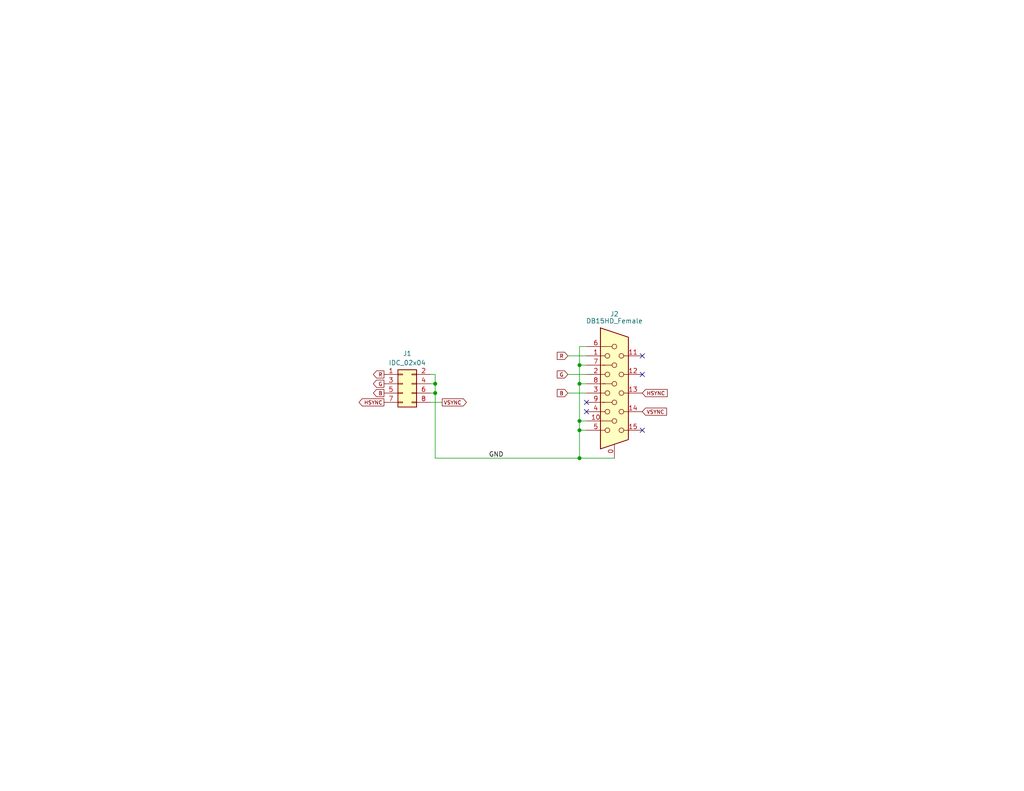
<source format=kicad_sch>
(kicad_sch (version 20230121) (generator eeschema)

  (uuid d33d8c75-8132-4d41-936f-38344f4297b0)

  (paper "USLetter")

  (title_block
    (title "Apple II VGA Connector Board")
    (date "2023-09-08")
    (rev "A")
    (comment 1 "Licensed under CERN-OHL-P V2.0 (https://ohwr.org/cern_ohl_p_v2.txt)")
    (comment 2 "Copyright (c) 2023 Mark Aikens")
  )

  (lib_symbols
    (symbol "Connector:DE15_Receptacle_HighDensity_MountingHoles" (pin_names (offset 1.016) hide) (in_bom yes) (on_board yes)
      (property "Reference" "J" (at 0 21.59 0)
        (effects (font (size 1.27 1.27)))
      )
      (property "Value" "DE15_Receptacle_HighDensity_MountingHoles" (at 0 19.05 0)
        (effects (font (size 1.27 1.27)))
      )
      (property "Footprint" "" (at -24.13 10.16 0)
        (effects (font (size 1.27 1.27)) hide)
      )
      (property "Datasheet" " ~" (at -24.13 10.16 0)
        (effects (font (size 1.27 1.27)) hide)
      )
      (property "ki_keywords" "connector receptacle de15 female D-SUB VGA" (at 0 0 0)
        (effects (font (size 1.27 1.27)) hide)
      )
      (property "ki_description" "15-pin female receptacle socket D-SUB connector, High density (3 columns), Triple Row, Generic, VGA-connector, Mounting Hole" (at 0 0 0)
        (effects (font (size 1.27 1.27)) hide)
      )
      (property "ki_fp_filters" "DSUB*Female*" (at 0 0 0)
        (effects (font (size 1.27 1.27)) hide)
      )
      (symbol "DE15_Receptacle_HighDensity_MountingHoles_0_1"
        (circle (center -1.905 -10.16) (radius 0.635)
          (stroke (width 0) (type default))
          (fill (type none))
        )
        (circle (center -1.905 -5.08) (radius 0.635)
          (stroke (width 0) (type default))
          (fill (type none))
        )
        (circle (center -1.905 0) (radius 0.635)
          (stroke (width 0) (type default))
          (fill (type none))
        )
        (circle (center -1.905 5.08) (radius 0.635)
          (stroke (width 0) (type default))
          (fill (type none))
        )
        (circle (center -1.905 10.16) (radius 0.635)
          (stroke (width 0) (type default))
          (fill (type none))
        )
        (circle (center 0 -7.62) (radius 0.635)
          (stroke (width 0) (type default))
          (fill (type none))
        )
        (circle (center 0 -2.54) (radius 0.635)
          (stroke (width 0) (type default))
          (fill (type none))
        )
        (polyline
          (pts
            (xy -3.175 7.62)
            (xy -0.635 7.62)
          )
          (stroke (width 0) (type default))
          (fill (type none))
        )
        (polyline
          (pts
            (xy -0.635 -7.62)
            (xy -3.175 -7.62)
          )
          (stroke (width 0) (type default))
          (fill (type none))
        )
        (polyline
          (pts
            (xy -0.635 -2.54)
            (xy -3.175 -2.54)
          )
          (stroke (width 0) (type default))
          (fill (type none))
        )
        (polyline
          (pts
            (xy -0.635 2.54)
            (xy -3.175 2.54)
          )
          (stroke (width 0) (type default))
          (fill (type none))
        )
        (polyline
          (pts
            (xy -0.635 12.7)
            (xy -3.175 12.7)
          )
          (stroke (width 0) (type default))
          (fill (type none))
        )
        (polyline
          (pts
            (xy -3.81 17.78)
            (xy -3.81 -15.24)
            (xy 3.81 -12.7)
            (xy 3.81 15.24)
            (xy -3.81 17.78)
          )
          (stroke (width 0.254) (type default))
          (fill (type background))
        )
        (circle (center 0 2.54) (radius 0.635)
          (stroke (width 0) (type default))
          (fill (type none))
        )
        (circle (center 0 7.62) (radius 0.635)
          (stroke (width 0) (type default))
          (fill (type none))
        )
        (circle (center 0 12.7) (radius 0.635)
          (stroke (width 0) (type default))
          (fill (type none))
        )
        (circle (center 1.905 -10.16) (radius 0.635)
          (stroke (width 0) (type default))
          (fill (type none))
        )
        (circle (center 1.905 -5.08) (radius 0.635)
          (stroke (width 0) (type default))
          (fill (type none))
        )
        (circle (center 1.905 0) (radius 0.635)
          (stroke (width 0) (type default))
          (fill (type none))
        )
        (circle (center 1.905 5.08) (radius 0.635)
          (stroke (width 0) (type default))
          (fill (type none))
        )
        (circle (center 1.905 10.16) (radius 0.635)
          (stroke (width 0) (type default))
          (fill (type none))
        )
      )
      (symbol "DE15_Receptacle_HighDensity_MountingHoles_1_1"
        (pin passive line (at 0 -17.78 90) (length 3.81)
          (name "~" (effects (font (size 1.27 1.27))))
          (number "0" (effects (font (size 1.27 1.27))))
        )
        (pin passive line (at -7.62 10.16 0) (length 5.08)
          (name "~" (effects (font (size 1.27 1.27))))
          (number "1" (effects (font (size 1.27 1.27))))
        )
        (pin passive line (at -7.62 -7.62 0) (length 5.08)
          (name "~" (effects (font (size 1.27 1.27))))
          (number "10" (effects (font (size 1.27 1.27))))
        )
        (pin passive line (at 7.62 10.16 180) (length 5.08)
          (name "~" (effects (font (size 1.27 1.27))))
          (number "11" (effects (font (size 1.27 1.27))))
        )
        (pin passive line (at 7.62 5.08 180) (length 5.08)
          (name "~" (effects (font (size 1.27 1.27))))
          (number "12" (effects (font (size 1.27 1.27))))
        )
        (pin passive line (at 7.62 0 180) (length 5.08)
          (name "~" (effects (font (size 1.27 1.27))))
          (number "13" (effects (font (size 1.27 1.27))))
        )
        (pin passive line (at 7.62 -5.08 180) (length 5.08)
          (name "~" (effects (font (size 1.27 1.27))))
          (number "14" (effects (font (size 1.27 1.27))))
        )
        (pin passive line (at 7.62 -10.16 180) (length 5.08)
          (name "~" (effects (font (size 1.27 1.27))))
          (number "15" (effects (font (size 1.27 1.27))))
        )
        (pin passive line (at -7.62 5.08 0) (length 5.08)
          (name "~" (effects (font (size 1.27 1.27))))
          (number "2" (effects (font (size 1.27 1.27))))
        )
        (pin passive line (at -7.62 0 0) (length 5.08)
          (name "~" (effects (font (size 1.27 1.27))))
          (number "3" (effects (font (size 1.27 1.27))))
        )
        (pin passive line (at -7.62 -5.08 0) (length 5.08)
          (name "~" (effects (font (size 1.27 1.27))))
          (number "4" (effects (font (size 1.27 1.27))))
        )
        (pin passive line (at -7.62 -10.16 0) (length 5.08)
          (name "~" (effects (font (size 1.27 1.27))))
          (number "5" (effects (font (size 1.27 1.27))))
        )
        (pin passive line (at -7.62 12.7 0) (length 5.08)
          (name "~" (effects (font (size 1.27 1.27))))
          (number "6" (effects (font (size 1.27 1.27))))
        )
        (pin passive line (at -7.62 7.62 0) (length 5.08)
          (name "~" (effects (font (size 1.27 1.27))))
          (number "7" (effects (font (size 1.27 1.27))))
        )
        (pin passive line (at -7.62 2.54 0) (length 5.08)
          (name "~" (effects (font (size 1.27 1.27))))
          (number "8" (effects (font (size 1.27 1.27))))
        )
        (pin passive line (at -7.62 -2.54 0) (length 5.08)
          (name "~" (effects (font (size 1.27 1.27))))
          (number "9" (effects (font (size 1.27 1.27))))
        )
      )
    )
    (symbol "Connector_Generic:Conn_02x04_Odd_Even" (pin_names (offset 1.016) hide) (in_bom yes) (on_board yes)
      (property "Reference" "J" (at 1.27 5.08 0)
        (effects (font (size 1.27 1.27)))
      )
      (property "Value" "Conn_02x04_Odd_Even" (at 1.27 -7.62 0)
        (effects (font (size 1.27 1.27)))
      )
      (property "Footprint" "" (at 0 0 0)
        (effects (font (size 1.27 1.27)) hide)
      )
      (property "Datasheet" "~" (at 0 0 0)
        (effects (font (size 1.27 1.27)) hide)
      )
      (property "ki_keywords" "connector" (at 0 0 0)
        (effects (font (size 1.27 1.27)) hide)
      )
      (property "ki_description" "Generic connector, double row, 02x04, odd/even pin numbering scheme (row 1 odd numbers, row 2 even numbers), script generated (kicad-library-utils/schlib/autogen/connector/)" (at 0 0 0)
        (effects (font (size 1.27 1.27)) hide)
      )
      (property "ki_fp_filters" "Connector*:*_2x??_*" (at 0 0 0)
        (effects (font (size 1.27 1.27)) hide)
      )
      (symbol "Conn_02x04_Odd_Even_1_1"
        (rectangle (start -1.27 -4.953) (end 0 -5.207)
          (stroke (width 0.1524) (type default))
          (fill (type none))
        )
        (rectangle (start -1.27 -2.413) (end 0 -2.667)
          (stroke (width 0.1524) (type default))
          (fill (type none))
        )
        (rectangle (start -1.27 0.127) (end 0 -0.127)
          (stroke (width 0.1524) (type default))
          (fill (type none))
        )
        (rectangle (start -1.27 2.667) (end 0 2.413)
          (stroke (width 0.1524) (type default))
          (fill (type none))
        )
        (rectangle (start -1.27 3.81) (end 3.81 -6.35)
          (stroke (width 0.254) (type default))
          (fill (type background))
        )
        (rectangle (start 3.81 -4.953) (end 2.54 -5.207)
          (stroke (width 0.1524) (type default))
          (fill (type none))
        )
        (rectangle (start 3.81 -2.413) (end 2.54 -2.667)
          (stroke (width 0.1524) (type default))
          (fill (type none))
        )
        (rectangle (start 3.81 0.127) (end 2.54 -0.127)
          (stroke (width 0.1524) (type default))
          (fill (type none))
        )
        (rectangle (start 3.81 2.667) (end 2.54 2.413)
          (stroke (width 0.1524) (type default))
          (fill (type none))
        )
        (pin passive line (at -5.08 2.54 0) (length 3.81)
          (name "Pin_1" (effects (font (size 1.27 1.27))))
          (number "1" (effects (font (size 1.27 1.27))))
        )
        (pin passive line (at 7.62 2.54 180) (length 3.81)
          (name "Pin_2" (effects (font (size 1.27 1.27))))
          (number "2" (effects (font (size 1.27 1.27))))
        )
        (pin passive line (at -5.08 0 0) (length 3.81)
          (name "Pin_3" (effects (font (size 1.27 1.27))))
          (number "3" (effects (font (size 1.27 1.27))))
        )
        (pin passive line (at 7.62 0 180) (length 3.81)
          (name "Pin_4" (effects (font (size 1.27 1.27))))
          (number "4" (effects (font (size 1.27 1.27))))
        )
        (pin passive line (at -5.08 -2.54 0) (length 3.81)
          (name "Pin_5" (effects (font (size 1.27 1.27))))
          (number "5" (effects (font (size 1.27 1.27))))
        )
        (pin passive line (at 7.62 -2.54 180) (length 3.81)
          (name "Pin_6" (effects (font (size 1.27 1.27))))
          (number "6" (effects (font (size 1.27 1.27))))
        )
        (pin passive line (at -5.08 -5.08 0) (length 3.81)
          (name "Pin_7" (effects (font (size 1.27 1.27))))
          (number "7" (effects (font (size 1.27 1.27))))
        )
        (pin passive line (at 7.62 -5.08 180) (length 3.81)
          (name "Pin_8" (effects (font (size 1.27 1.27))))
          (number "8" (effects (font (size 1.27 1.27))))
        )
      )
    )
  )

  (junction (at 158.115 104.775) (diameter 0) (color 0 0 0 0)
    (uuid 0729ede3-9bd9-4975-b326-67f4e53e1c41)
  )
  (junction (at 158.115 125.095) (diameter 0) (color 0 0 0 0)
    (uuid 173f0892-6165-4238-b3e4-5aae74b0bd1a)
  )
  (junction (at 118.745 107.315) (diameter 0) (color 0 0 0 0)
    (uuid 2ca45182-e7da-4a5a-891e-620aab163161)
  )
  (junction (at 158.115 114.935) (diameter 0) (color 0 0 0 0)
    (uuid 5fe0ff14-b46e-4563-89b4-70820ed84d8e)
  )
  (junction (at 158.115 99.695) (diameter 0) (color 0 0 0 0)
    (uuid a3533c88-e2ae-4e19-b5aa-b6fae4a51893)
  )
  (junction (at 158.115 117.475) (diameter 0) (color 0 0 0 0)
    (uuid c3cf51e3-1cbd-43bf-85f9-b899fdaf9835)
  )
  (junction (at 118.745 104.775) (diameter 0) (color 0 0 0 0)
    (uuid e9946b01-51d6-4727-8214-e9e75fb2316b)
  )

  (no_connect (at 160.02 109.855) (uuid 799e058a-15f5-4099-b6f6-f285689a86ca))
  (no_connect (at 175.26 117.475) (uuid bdb000a8-ce34-4ba3-8759-ed335226b66b))
  (no_connect (at 175.26 102.235) (uuid d41652dc-bb26-43fb-8a99-cf177218ca0c))
  (no_connect (at 160.02 112.395) (uuid de4ce0e2-e8b5-49f6-85d9-48d820191826))
  (no_connect (at 175.26 97.155) (uuid fed529a2-8248-406a-80d2-d666ab264459))

  (wire (pts (xy 118.745 107.315) (xy 117.475 107.315))
    (stroke (width 0) (type default))
    (uuid 030cc0e1-7e32-4340-aec3-cd667fbfb1f6)
  )
  (wire (pts (xy 154.94 97.155) (xy 160.02 97.155))
    (stroke (width 0) (type default))
    (uuid 148b2aa3-19bf-4480-bcdd-b9a8f806c686)
  )
  (wire (pts (xy 160.02 114.935) (xy 158.115 114.935))
    (stroke (width 0) (type default))
    (uuid 2655ba88-67f1-4ca5-ab11-941d223f3d7c)
  )
  (wire (pts (xy 158.115 99.695) (xy 158.115 104.775))
    (stroke (width 0) (type default))
    (uuid 41c3c083-d665-41ee-bbeb-b4f3101d2dcd)
  )
  (wire (pts (xy 154.94 102.235) (xy 160.02 102.235))
    (stroke (width 0) (type default))
    (uuid 4b9d1ede-91d3-4ac4-ade0-ba32caefd1a9)
  )
  (wire (pts (xy 154.94 107.315) (xy 160.02 107.315))
    (stroke (width 0) (type default))
    (uuid 4e5b3225-89a4-4e03-b2ff-14b8e9463abc)
  )
  (wire (pts (xy 117.475 109.855) (xy 120.65 109.855))
    (stroke (width 0) (type default))
    (uuid 55854a57-3020-4e6b-a813-cd5604df28fd)
  )
  (wire (pts (xy 158.115 104.775) (xy 160.02 104.775))
    (stroke (width 0) (type default))
    (uuid 68c3ea87-cdac-4cc6-a9b1-c39a1bd9b0a5)
  )
  (wire (pts (xy 118.745 107.315) (xy 118.745 125.095))
    (stroke (width 0) (type default))
    (uuid 77c5a81b-e9d3-4c4e-8e14-a02261d5c0f5)
  )
  (wire (pts (xy 158.115 99.695) (xy 160.02 99.695))
    (stroke (width 0) (type default))
    (uuid 78aabb08-9354-44fa-8e60-54dba4e7eb13)
  )
  (wire (pts (xy 158.115 94.615) (xy 158.115 99.695))
    (stroke (width 0) (type default))
    (uuid 844f2b0b-5501-474c-a124-184f55eea1b2)
  )
  (wire (pts (xy 158.115 114.935) (xy 158.115 117.475))
    (stroke (width 0) (type default))
    (uuid 9115d9c2-0af6-47bc-9ac0-13f126608363)
  )
  (wire (pts (xy 158.115 117.475) (xy 158.115 125.095))
    (stroke (width 0) (type default))
    (uuid 9713928c-5e63-45d9-a80a-2d8321380386)
  )
  (wire (pts (xy 118.745 125.095) (xy 158.115 125.095))
    (stroke (width 0) (type default))
    (uuid 9a994c84-8648-4287-8241-d71ae94a909e)
  )
  (wire (pts (xy 160.02 94.615) (xy 158.115 94.615))
    (stroke (width 0) (type default))
    (uuid a6716f24-c918-47a3-84ee-0d20fcfe1e41)
  )
  (wire (pts (xy 158.115 104.775) (xy 158.115 114.935))
    (stroke (width 0) (type default))
    (uuid ad6cce6f-12f3-4d6b-a645-a0118fa317aa)
  )
  (wire (pts (xy 158.115 117.475) (xy 160.02 117.475))
    (stroke (width 0) (type default))
    (uuid cffb2fb4-c7b0-41e7-b9cc-d84a33ae77fd)
  )
  (wire (pts (xy 118.745 104.775) (xy 117.475 104.775))
    (stroke (width 0) (type default))
    (uuid d0dd34b2-3fff-44eb-a3ad-1bddebb5f020)
  )
  (wire (pts (xy 118.745 102.235) (xy 118.745 104.775))
    (stroke (width 0) (type default))
    (uuid d172c191-91bc-4210-a52b-76018767b0dc)
  )
  (wire (pts (xy 118.745 104.775) (xy 118.745 107.315))
    (stroke (width 0) (type default))
    (uuid d837e03e-9520-4e53-ac2d-3eb42849ab9b)
  )
  (wire (pts (xy 158.115 125.095) (xy 167.64 125.095))
    (stroke (width 0) (type default))
    (uuid df59b716-11e3-4204-b9a1-90c91c68d81f)
  )
  (wire (pts (xy 117.475 102.235) (xy 118.745 102.235))
    (stroke (width 0) (type default))
    (uuid dfc41c8b-625c-48ed-abc0-01379030a528)
  )

  (label "GND" (at 133.35 125.095 0) (fields_autoplaced)
    (effects (font (size 1.27 1.27)) (justify left bottom))
    (uuid 16d0ef68-d08f-4502-8f6f-5757be4f8b52)
  )

  (global_label "VSYNC" (shape output) (at 120.65 109.855 0) (fields_autoplaced)
    (effects (font (size 1 1)) (justify left))
    (uuid 0fa34629-5f74-4848-aa5f-14cabb031f11)
    (property "Intersheetrefs" "${INTERSHEET_REFS}" (at 127.7145 109.855 0)
      (effects (font (size 1.27 1.27)) (justify left) hide)
    )
  )
  (global_label "HSYNC" (shape output) (at 104.775 109.855 180) (fields_autoplaced)
    (effects (font (size 1 1)) (justify right))
    (uuid 2d019100-3f8e-4636-88ec-9fa9799c31f3)
    (property "Intersheetrefs" "${INTERSHEET_REFS}" (at 97.52 109.855 0)
      (effects (font (size 1.27 1.27)) (justify right) hide)
    )
  )
  (global_label "R" (shape input) (at 154.94 97.155 180) (fields_autoplaced)
    (effects (font (size 1 1)) (justify right))
    (uuid 3a47c8b7-ea60-448b-99d1-08468020dc57)
    (property "Intersheetrefs" "${INTERSHEET_REFS}" (at 151.5897 97.155 0)
      (effects (font (size 1.27 1.27)) (justify right) hide)
    )
  )
  (global_label "G" (shape output) (at 104.775 104.775 180) (fields_autoplaced)
    (effects (font (size 1 1)) (justify right))
    (uuid 43a6954a-0ca7-4ca9-b70a-293c07ade012)
    (property "Intersheetrefs" "${INTERSHEET_REFS}" (at 101.4247 104.775 0)
      (effects (font (size 1.27 1.27)) (justify right) hide)
    )
  )
  (global_label "HSYNC" (shape input) (at 175.26 107.315 0) (fields_autoplaced)
    (effects (font (size 1 1)) (justify left))
    (uuid 62e2102b-a97f-4cd9-984b-e568979bc0b0)
    (property "Intersheetrefs" "${INTERSHEET_REFS}" (at 182.515 107.315 0)
      (effects (font (size 1.27 1.27)) (justify left) hide)
    )
  )
  (global_label "G" (shape input) (at 154.94 102.235 180) (fields_autoplaced)
    (effects (font (size 1 1)) (justify right))
    (uuid 7bf7e03c-dd69-4cee-bd06-04ec70bf68df)
    (property "Intersheetrefs" "${INTERSHEET_REFS}" (at 151.5897 102.235 0)
      (effects (font (size 1.27 1.27)) (justify right) hide)
    )
  )
  (global_label "VSYNC" (shape input) (at 175.26 112.395 0) (fields_autoplaced)
    (effects (font (size 1 1)) (justify left))
    (uuid 93246fdf-fca2-4e36-8475-d063a53396d1)
    (property "Intersheetrefs" "${INTERSHEET_REFS}" (at 182.3245 112.395 0)
      (effects (font (size 1.27 1.27)) (justify left) hide)
    )
  )
  (global_label "R" (shape output) (at 104.775 102.235 180) (fields_autoplaced)
    (effects (font (size 1 1)) (justify right))
    (uuid c0a58c38-31f0-4b77-9ee2-75a2a1a0341e)
    (property "Intersheetrefs" "${INTERSHEET_REFS}" (at 101.4247 102.235 0)
      (effects (font (size 1.27 1.27)) (justify right) hide)
    )
  )
  (global_label "B" (shape input) (at 154.94 107.315 180) (fields_autoplaced)
    (effects (font (size 1 1)) (justify right))
    (uuid db90bb11-f671-4412-991b-cf4af398971a)
    (property "Intersheetrefs" "${INTERSHEET_REFS}" (at 151.5897 107.315 0)
      (effects (font (size 1.27 1.27)) (justify right) hide)
    )
  )
  (global_label "B" (shape output) (at 104.775 107.315 180) (fields_autoplaced)
    (effects (font (size 1 1)) (justify right))
    (uuid e34b79f8-c513-4229-a5cf-ff4ff140471e)
    (property "Intersheetrefs" "${INTERSHEET_REFS}" (at 101.4247 107.315 0)
      (effects (font (size 1.27 1.27)) (justify right) hide)
    )
  )

  (symbol (lib_id "Connector:DE15_Receptacle_HighDensity_MountingHoles") (at 167.64 107.315 0) (unit 1)
    (in_bom yes) (on_board yes) (dnp no)
    (uuid 6e591127-96ac-4516-89dc-77215b988926)
    (property "Reference" "J2" (at 167.64 85.725 0)
      (effects (font (size 1.27 1.27)))
    )
    (property "Value" "DB15HD_Female" (at 167.64 87.63 0)
      (effects (font (size 1.27 1.27)))
    )
    (property "Footprint" "AppleVGA-Connector:DSUB-15HD_TE_Connectivity_2311586-4" (at 143.51 97.155 0)
      (effects (font (size 1.27 1.27)) hide)
    )
    (property "Datasheet" "https://www.mouser.com/datasheet/2/418/1/NG_CD_2311586_D-1372181.pdf" (at 143.51 97.155 0)
      (effects (font (size 1.27 1.27)) hide)
    )
    (property "Mfr" "TE Connectivity" (at 167.64 107.315 0)
      (effects (font (size 1.27 1.27)) hide)
    )
    (property "MfrNo" "2311586-4" (at 167.64 107.315 0)
      (effects (font (size 1.27 1.27)) hide)
    )
    (property "MouserNo" "571-2311586-4" (at 167.64 107.315 0)
      (effects (font (size 1.27 1.27)) hide)
    )
    (pin "0" (uuid ebdecd9e-8454-46c6-b2d8-d872d6d88f19))
    (pin "1" (uuid c92c1300-7d80-4fbe-83cb-8f7bd04aef66))
    (pin "10" (uuid 178362e8-8945-4823-b095-a1abae062742))
    (pin "11" (uuid 45ecacf2-595b-4a28-81f2-a6f3c0c4f806))
    (pin "12" (uuid ab91dd99-72e9-41e7-a319-4221c100d527))
    (pin "13" (uuid 57fc5939-eb92-4ea6-9b7d-6ef74c98b371))
    (pin "14" (uuid a7e0635c-db7d-429b-a22b-1b582c4d5f30))
    (pin "15" (uuid 73b041e7-6ff5-459d-8703-11d5e0da75dc))
    (pin "2" (uuid aa41dab4-0a9c-4d36-a8d5-5c66fcdc2572))
    (pin "3" (uuid f2ecaae4-a441-43ed-beb1-bc114f23ee29))
    (pin "4" (uuid 98ceae6c-7146-4e99-871d-c7327b1989cf))
    (pin "5" (uuid 553cc593-5e02-49f8-8ab1-6ae99747013d))
    (pin "6" (uuid 85820273-6ec3-4ea7-b4d3-9f224b1d4c35))
    (pin "7" (uuid b1d6dc62-fced-4b20-a0ce-0590b968bb13))
    (pin "8" (uuid 4dc4d4c0-d345-404a-96b9-55951ee35f29))
    (pin "9" (uuid 65792769-74b3-4142-a532-653cf2842f29))
    (instances
      (project "AppleVGA-Connector"
        (path "/d33d8c75-8132-4d41-936f-38344f4297b0"
          (reference "J2") (unit 1)
        )
      )
    )
  )

  (symbol (lib_id "Connector_Generic:Conn_02x04_Odd_Even") (at 109.855 104.775 0) (unit 1)
    (in_bom yes) (on_board yes) (dnp no) (fields_autoplaced)
    (uuid 9883ad9f-5eff-499b-9729-fcbdfc22cc84)
    (property "Reference" "J1" (at 111.125 96.52 0)
      (effects (font (size 1.27 1.27)))
    )
    (property "Value" "IDC_02x04" (at 111.125 99.06 0)
      (effects (font (size 1.27 1.27)))
    )
    (property "Footprint" "Connector_IDC:IDC-Header_2x04_P2.54mm_Vertical" (at 109.855 104.775 0)
      (effects (font (size 1.27 1.27)) hide)
    )
    (property "Datasheet" "~" (at 109.855 104.775 0)
      (effects (font (size 1.27 1.27)) hide)
    )
    (property "MouserNo" "649-75869-232LF" (at 109.855 104.775 0)
      (effects (font (size 1.27 1.27)) hide)
    )
    (pin "1" (uuid 6bd03404-57fa-4b2f-a4d3-fd0c9d3feb90))
    (pin "2" (uuid 54fdda97-499e-419f-858c-6776ac441b4c))
    (pin "3" (uuid cfe83033-3b13-4ac0-9733-95867c806f57))
    (pin "4" (uuid c8745454-9185-4f1c-90e1-76812f7e4f21))
    (pin "5" (uuid 13fe9106-91bd-4431-9c6e-be468b6a3ab9))
    (pin "6" (uuid 473a02d4-00bf-40c2-96b2-6d5413149ba3))
    (pin "7" (uuid 9f4797c2-fc12-4384-90aa-f46ed93895ba))
    (pin "8" (uuid 9c0df0cb-e751-4984-8d5d-f6a66ea4f95f))
    (instances
      (project "AppleVGA-Connector"
        (path "/d33d8c75-8132-4d41-936f-38344f4297b0"
          (reference "J1") (unit 1)
        )
      )
    )
  )

  (sheet_instances
    (path "/" (page "1"))
  )
)

</source>
